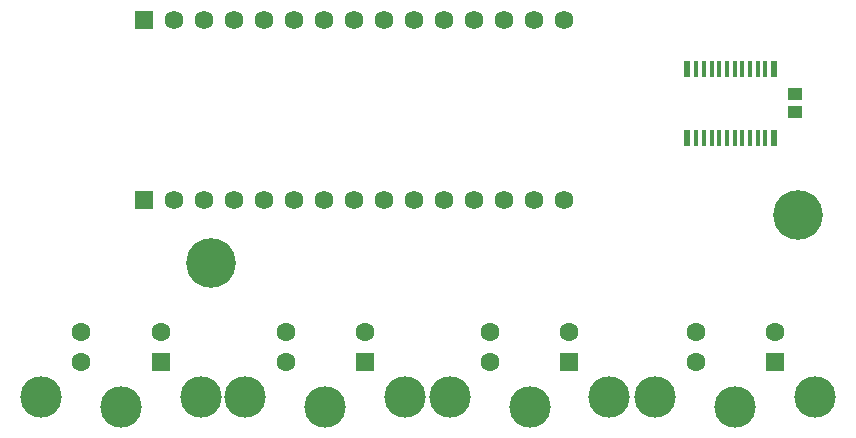
<source format=gbr>
%TF.GenerationSoftware,Altium Limited,Altium Designer,25.6.2 (33)*%
G04 Layer_Color=8388736*
%FSLAX45Y45*%
%MOMM*%
%TF.SameCoordinates,85768DE1-254B-4F2A-BBB9-FB77CA5A1332*%
%TF.FilePolarity,Negative*%
%TF.FileFunction,Soldermask,Top*%
%TF.Part,Single*%
G01*
G75*
%TA.AperFunction,SMDPad,CuDef*%
%ADD11R,0.60000X1.35000*%
%ADD12R,0.40000X1.35000*%
%TA.AperFunction,ComponentPad*%
%ADD14C,1.59000*%
%ADD18R,1.59000X1.59000*%
%TA.AperFunction,SMDPad,CuDef*%
%ADD32R,1.20320X1.00320*%
%TA.AperFunction,ViaPad*%
%ADD33C,4.20320*%
%TA.AperFunction,ComponentPad*%
%ADD34C,1.60120*%
%ADD35C,3.50920*%
%ADD36R,1.60120X1.60120*%
D11*
X5665300Y3142219D02*
D03*
X6400300D02*
D03*
X5665300Y2557221D02*
D03*
X6400300D02*
D03*
D12*
X5805300D02*
D03*
X5870300D02*
D03*
X5935300D02*
D03*
X6000300D02*
D03*
X6065300D02*
D03*
X6130300D02*
D03*
X6195300D02*
D03*
X6260300D02*
D03*
X6325300D02*
D03*
Y3142219D02*
D03*
X6260300D02*
D03*
X6195300D02*
D03*
X6130300D02*
D03*
X6065300D02*
D03*
X6000300D02*
D03*
X5935300D02*
D03*
X5805300D02*
D03*
X5740300D02*
D03*
Y2557221D02*
D03*
X5870300Y3142219D02*
D03*
D14*
X1828800Y3556000D02*
D03*
X3606800Y2032000D02*
D03*
X1828800D02*
D03*
X1320800Y3556000D02*
D03*
X2844800Y2032000D02*
D03*
X2590800D02*
D03*
X1320800D02*
D03*
X1574800D02*
D03*
X2336800D02*
D03*
X3098800D02*
D03*
X3860800D02*
D03*
X4114800D02*
D03*
X4368800D02*
D03*
X4622800D02*
D03*
X2082800D02*
D03*
X3352800D02*
D03*
X4622800Y3556000D02*
D03*
X4368800D02*
D03*
X4114800D02*
D03*
X3860800D02*
D03*
X3606800D02*
D03*
X3352800D02*
D03*
X3098800D02*
D03*
X2844800D02*
D03*
X2590800D02*
D03*
X2336800D02*
D03*
X2082800D02*
D03*
X1574800D02*
D03*
D18*
X1066800Y2032000D02*
D03*
Y3556000D02*
D03*
D32*
X6580000Y2925000D02*
D03*
Y2775000D02*
D03*
D33*
X6600000Y1900000D02*
D03*
X1630000Y1500000D02*
D03*
D34*
X4665000Y909000D02*
D03*
X6405000D02*
D03*
X3995000D02*
D03*
X5735000Y660000D02*
D03*
X3995000D02*
D03*
X2265000D02*
D03*
X535000D02*
D03*
X1205000Y909000D02*
D03*
X5735000D02*
D03*
X535000D02*
D03*
X2935000D02*
D03*
X2265000D02*
D03*
D35*
X6746000Y360000D02*
D03*
X5394000D02*
D03*
X6070000Y279000D02*
D03*
X4330000D02*
D03*
X3654000Y360000D02*
D03*
X5006000D02*
D03*
X3276000D02*
D03*
X1924000D02*
D03*
X2600000Y279000D02*
D03*
X870000D02*
D03*
X194000Y360000D02*
D03*
X1546000D02*
D03*
D36*
X1205000Y660000D02*
D03*
X2935000D02*
D03*
X4665000D02*
D03*
X6405000D02*
D03*
%TF.MD5,e383c8bc3bb7a93a4c0a5b5a38f36d1d*%
M02*

</source>
